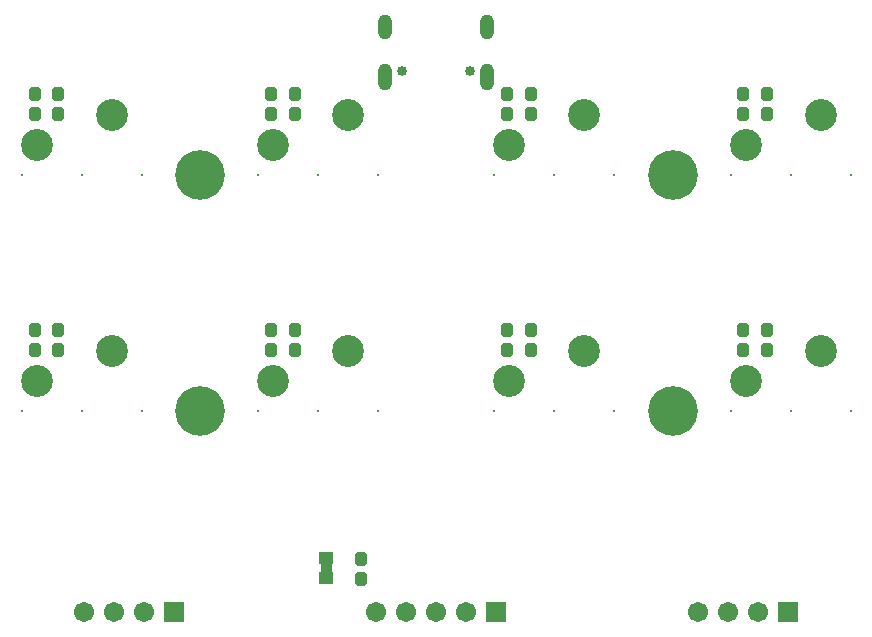
<source format=gbs>
%TF.GenerationSoftware,Altium Limited,Altium Designer,23.4.1 (23)*%
G04 Layer_Color=16711935*
%FSLAX45Y45*%
%MOMM*%
%TF.SameCoordinates,4D4D268D-8FD5-4AED-B812-6AB8C36004BB*%
%TF.FilePolarity,Negative*%
%TF.FileFunction,Soldermask,Bot*%
%TF.Part,Single*%
G01*
G75*
%TA.AperFunction,SMDPad,CuDef*%
G04:AMPARAMS|DCode=43|XSize=1.1032mm|YSize=1.0032mm|CornerRadius=0.1616mm|HoleSize=0mm|Usage=FLASHONLY|Rotation=90.000|XOffset=0mm|YOffset=0mm|HoleType=Round|Shape=RoundedRectangle|*
%AMROUNDEDRECTD43*
21,1,1.10320,0.68000,0,0,90.0*
21,1,0.78000,1.00320,0,0,90.0*
1,1,0.32320,0.34000,0.39000*
1,1,0.32320,0.34000,-0.39000*
1,1,0.32320,-0.34000,-0.39000*
1,1,0.32320,-0.34000,0.39000*
%
%ADD43ROUNDEDRECTD43*%
%TA.AperFunction,ComponentPad*%
%ADD46C,1.70320*%
%ADD47R,1.70320X1.70320*%
%ADD48C,2.70320*%
%ADD49C,0.20320*%
%ADD50C,0.85319*%
%ADD51O,1.20320X2.10320*%
%ADD52O,1.20320X2.30320*%
%ADD53C,4.20320*%
%TA.AperFunction,SMDPad,CuDef*%
%ADD54R,1.20320X1.10320*%
G36*
X3019984Y520000D02*
Y620000D01*
X2919984D01*
Y520000D01*
X3019984D01*
D02*
G37*
D43*
X3260000Y475000D02*
D03*
Y645000D02*
D03*
X4500000Y2585000D02*
D03*
Y2415000D02*
D03*
X2500000Y2585000D02*
D03*
Y2415000D02*
D03*
X500000Y4585000D02*
D03*
Y4415000D02*
D03*
X700000Y4585000D02*
D03*
Y4415000D02*
D03*
X2500000Y4585000D02*
D03*
Y4415000D02*
D03*
X2700000Y4585000D02*
D03*
Y4415000D02*
D03*
X4500000Y4585000D02*
D03*
Y4415000D02*
D03*
X6500000Y4585000D02*
D03*
Y4415000D02*
D03*
Y2585000D02*
D03*
Y2415000D02*
D03*
X6700000Y4585000D02*
D03*
Y4415000D02*
D03*
X4700000Y4585000D02*
D03*
Y4415000D02*
D03*
X6700000Y2585000D02*
D03*
Y2415000D02*
D03*
X4700000Y2585000D02*
D03*
Y2415000D02*
D03*
X2700000Y2585000D02*
D03*
Y2415000D02*
D03*
X500000Y2585000D02*
D03*
Y2415000D02*
D03*
X700000Y2585000D02*
D03*
Y2415000D02*
D03*
D46*
X3646000Y200000D02*
D03*
X3900000D02*
D03*
X4153992Y199997D02*
D03*
X3392000Y200000D02*
D03*
X6626996Y199998D02*
D03*
X6373004Y200002D02*
D03*
X6119004D02*
D03*
X1426996Y199998D02*
D03*
X1173004Y200002D02*
D03*
X919004D02*
D03*
D47*
X4407992Y199997D02*
D03*
X6880996Y199998D02*
D03*
X1680996D02*
D03*
D48*
X1154000Y2408000D02*
D03*
X519000Y2154000D02*
D03*
X1154000Y4408000D02*
D03*
X519000Y4154000D02*
D03*
X3154000Y4408000D02*
D03*
X2519000Y4154000D02*
D03*
X3154000Y2408000D02*
D03*
X2519000Y2154000D02*
D03*
X7154000Y2408000D02*
D03*
X6519000Y2154000D02*
D03*
X5154000Y2408000D02*
D03*
X4519000Y2154000D02*
D03*
X7154000Y4408000D02*
D03*
X6519000Y4154000D02*
D03*
X5154000Y4408000D02*
D03*
X4519000Y4154000D02*
D03*
D49*
X900000Y1900000D02*
D03*
X392000D02*
D03*
X1408000D02*
D03*
X900000Y3900000D02*
D03*
X392000D02*
D03*
X1408000D02*
D03*
X2900000D02*
D03*
X2392000D02*
D03*
X3408000D02*
D03*
X2900000Y1900000D02*
D03*
X2392000D02*
D03*
X3408000D02*
D03*
X6900000D02*
D03*
X6392000D02*
D03*
X7408000D02*
D03*
X4900000D02*
D03*
X4392000D02*
D03*
X5408000D02*
D03*
X6900000Y3900000D02*
D03*
X6392000D02*
D03*
X7408000D02*
D03*
X4900000D02*
D03*
X4392000D02*
D03*
X5408000D02*
D03*
D50*
X3610986Y4778131D02*
D03*
X4188989D02*
D03*
D51*
X3467489Y5148140D02*
D03*
X4332511D02*
D03*
D52*
X3467489Y4728141D02*
D03*
X4332511D02*
D03*
D53*
X1900000Y3900000D02*
D03*
X5900000D02*
D03*
X5899989Y1899995D02*
D03*
X1900000Y1900000D02*
D03*
D54*
X2969992Y485008D02*
D03*
Y655008D02*
D03*
%TF.MD5,8c9d48df857b26c47dbff76a22d29b15*%
M02*

</source>
